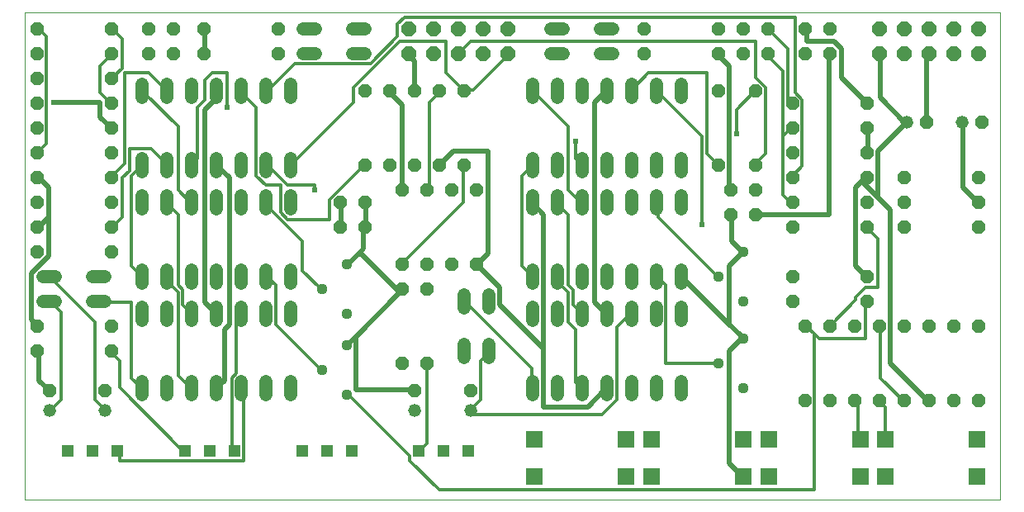
<source format=gbl>
G75*
%MOIN*%
%OFA0B0*%
%FSLAX25Y25*%
%IPPOS*%
%LPD*%
%AMOC8*
5,1,8,0,0,1.08239X$1,22.5*
%
%ADD10C,0.00000*%
%ADD11OC8,0.05200*%
%ADD12C,0.05200*%
%ADD13C,0.05200*%
%ADD14OC8,0.06000*%
%ADD15C,0.04400*%
%ADD16R,0.05150X0.05150*%
%ADD17R,0.07087X0.07087*%
%ADD18C,0.02000*%
%ADD19C,0.02400*%
%ADD20C,0.01200*%
D10*
X0001300Y0001250D02*
X0001300Y0198100D01*
X0395001Y0198100D01*
X0395001Y0001250D01*
X0001300Y0001250D01*
D11*
X0011300Y0045250D03*
X0033800Y0045250D03*
X0036300Y0061250D03*
X0036300Y0071250D03*
X0006300Y0071250D03*
X0006300Y0061250D03*
X0006300Y0101250D03*
X0006300Y0111250D03*
X0006300Y0121250D03*
X0006300Y0131250D03*
X0006300Y0141250D03*
X0006300Y0151250D03*
X0006300Y0161250D03*
X0006300Y0171250D03*
X0006300Y0181250D03*
X0006300Y0191250D03*
X0036300Y0191250D03*
X0051300Y0191250D03*
X0061300Y0191250D03*
X0073800Y0191250D03*
X0073800Y0181250D03*
X0061300Y0181250D03*
X0051300Y0181250D03*
X0036300Y0181250D03*
X0036300Y0171250D03*
X0036300Y0161250D03*
X0036300Y0151250D03*
X0036300Y0141250D03*
X0036300Y0131250D03*
X0036300Y0121250D03*
X0036300Y0111250D03*
X0036300Y0101250D03*
X0128800Y0111250D03*
X0138800Y0111250D03*
X0138800Y0121250D03*
X0128800Y0121250D03*
X0153800Y0126250D03*
X0163800Y0126250D03*
X0173800Y0126250D03*
X0183800Y0126250D03*
X0178800Y0136250D03*
X0168800Y0136250D03*
X0158800Y0136250D03*
X0148800Y0136250D03*
X0138800Y0136250D03*
X0138800Y0166250D03*
X0148800Y0166250D03*
X0158800Y0166250D03*
X0168800Y0166250D03*
X0178800Y0166250D03*
X0251300Y0181250D03*
X0251300Y0191250D03*
X0281300Y0191250D03*
X0291300Y0191250D03*
X0301300Y0191250D03*
X0316300Y0191250D03*
X0326300Y0191250D03*
X0326300Y0181250D03*
X0316300Y0181250D03*
X0301300Y0181250D03*
X0291300Y0181250D03*
X0281300Y0181250D03*
X0281300Y0166250D03*
X0296300Y0166250D03*
X0311300Y0161250D03*
X0311300Y0151250D03*
X0311300Y0141250D03*
X0296300Y0136250D03*
X0296300Y0126250D03*
X0286300Y0126250D03*
X0281300Y0136250D03*
X0311300Y0131250D03*
X0311300Y0121250D03*
X0296300Y0116250D03*
X0286300Y0116250D03*
X0311300Y0111250D03*
X0341300Y0111250D03*
X0356300Y0111250D03*
X0356300Y0121250D03*
X0341300Y0121250D03*
X0341300Y0131250D03*
X0356300Y0131250D03*
X0341300Y0141250D03*
X0341300Y0151250D03*
X0341300Y0161250D03*
X0365300Y0153750D03*
X0387800Y0153750D03*
X0386300Y0131250D03*
X0386300Y0121250D03*
X0386300Y0111250D03*
X0341300Y0091250D03*
X0341300Y0081250D03*
X0336300Y0071250D03*
X0346300Y0071250D03*
X0356300Y0071250D03*
X0366300Y0071250D03*
X0376300Y0071250D03*
X0386300Y0071250D03*
X0386300Y0041250D03*
X0376300Y0041250D03*
X0366300Y0041250D03*
X0356300Y0041250D03*
X0346300Y0041250D03*
X0336300Y0041250D03*
X0326300Y0041250D03*
X0316300Y0041250D03*
X0316300Y0071250D03*
X0326300Y0071250D03*
X0311300Y0081250D03*
X0311300Y0091250D03*
X0183800Y0096250D03*
X0173800Y0096250D03*
X0163800Y0096250D03*
X0153800Y0096250D03*
X0153800Y0086250D03*
X0163800Y0086250D03*
X0163800Y0056250D03*
X0153800Y0056250D03*
X0158800Y0045250D03*
X0181300Y0045250D03*
X0103800Y0181250D03*
X0103800Y0191250D03*
D12*
X0357300Y0153750D03*
X0379800Y0153750D03*
X0181300Y0037250D03*
X0158800Y0037250D03*
X0033800Y0037250D03*
X0011300Y0037250D03*
D13*
X0048800Y0043650D02*
X0048800Y0048850D01*
X0058800Y0048850D02*
X0058800Y0043650D01*
X0068800Y0043650D02*
X0068800Y0048850D01*
X0078800Y0048850D02*
X0078800Y0043650D01*
X0088800Y0043650D02*
X0088800Y0048850D01*
X0098800Y0048850D02*
X0098800Y0043650D01*
X0108800Y0043650D02*
X0108800Y0048850D01*
X0108800Y0073650D02*
X0108800Y0078850D01*
X0098800Y0078850D02*
X0098800Y0073650D01*
X0088800Y0073650D02*
X0088800Y0078850D01*
X0078800Y0078850D02*
X0078800Y0073650D01*
X0068800Y0073650D02*
X0068800Y0078850D01*
X0058800Y0078850D02*
X0058800Y0073650D01*
X0048800Y0073650D02*
X0048800Y0078850D01*
X0033900Y0081250D02*
X0028700Y0081250D01*
X0013900Y0081250D02*
X0008700Y0081250D01*
X0008700Y0091250D02*
X0013900Y0091250D01*
X0028700Y0091250D02*
X0033900Y0091250D01*
X0048800Y0088650D02*
X0048800Y0093850D01*
X0058800Y0093850D02*
X0058800Y0088650D01*
X0068800Y0088650D02*
X0068800Y0093850D01*
X0078800Y0093850D02*
X0078800Y0088650D01*
X0088800Y0088650D02*
X0088800Y0093850D01*
X0098800Y0093850D02*
X0098800Y0088650D01*
X0108800Y0088650D02*
X0108800Y0093850D01*
X0108800Y0118650D02*
X0108800Y0123850D01*
X0098800Y0123850D02*
X0098800Y0118650D01*
X0088800Y0118650D02*
X0088800Y0123850D01*
X0078800Y0123850D02*
X0078800Y0118650D01*
X0068800Y0118650D02*
X0068800Y0123850D01*
X0058800Y0123850D02*
X0058800Y0118650D01*
X0048800Y0118650D02*
X0048800Y0123850D01*
X0048800Y0133650D02*
X0048800Y0138850D01*
X0058800Y0138850D02*
X0058800Y0133650D01*
X0068800Y0133650D02*
X0068800Y0138850D01*
X0078800Y0138850D02*
X0078800Y0133650D01*
X0088800Y0133650D02*
X0088800Y0138850D01*
X0098800Y0138850D02*
X0098800Y0133650D01*
X0108800Y0133650D02*
X0108800Y0138850D01*
X0108800Y0163650D02*
X0108800Y0168850D01*
X0098800Y0168850D02*
X0098800Y0163650D01*
X0088800Y0163650D02*
X0088800Y0168850D01*
X0078800Y0168850D02*
X0078800Y0163650D01*
X0068800Y0163650D02*
X0068800Y0168850D01*
X0058800Y0168850D02*
X0058800Y0163650D01*
X0048800Y0163650D02*
X0048800Y0168850D01*
X0113700Y0181250D02*
X0118900Y0181250D01*
X0133700Y0181250D02*
X0138900Y0181250D01*
X0138900Y0191250D02*
X0133700Y0191250D01*
X0118900Y0191250D02*
X0113700Y0191250D01*
X0206300Y0168850D02*
X0206300Y0163650D01*
X0216300Y0163650D02*
X0216300Y0168850D01*
X0226300Y0168850D02*
X0226300Y0163650D01*
X0236300Y0163650D02*
X0236300Y0168850D01*
X0246300Y0168850D02*
X0246300Y0163650D01*
X0256300Y0163650D02*
X0256300Y0168850D01*
X0266300Y0168850D02*
X0266300Y0163650D01*
X0238900Y0181250D02*
X0233700Y0181250D01*
X0218900Y0181250D02*
X0213700Y0181250D01*
X0213700Y0191250D02*
X0218900Y0191250D01*
X0233700Y0191250D02*
X0238900Y0191250D01*
X0236300Y0138850D02*
X0236300Y0133650D01*
X0226300Y0133650D02*
X0226300Y0138850D01*
X0216300Y0138850D02*
X0216300Y0133650D01*
X0206300Y0133650D02*
X0206300Y0138850D01*
X0206300Y0123850D02*
X0206300Y0118650D01*
X0216300Y0118650D02*
X0216300Y0123850D01*
X0226300Y0123850D02*
X0226300Y0118650D01*
X0236300Y0118650D02*
X0236300Y0123850D01*
X0246300Y0123850D02*
X0246300Y0118650D01*
X0256300Y0118650D02*
X0256300Y0123850D01*
X0266300Y0123850D02*
X0266300Y0118650D01*
X0266300Y0133650D02*
X0266300Y0138850D01*
X0256300Y0138850D02*
X0256300Y0133650D01*
X0246300Y0133650D02*
X0246300Y0138850D01*
X0246300Y0093850D02*
X0246300Y0088650D01*
X0256300Y0088650D02*
X0256300Y0093850D01*
X0266300Y0093850D02*
X0266300Y0088650D01*
X0266300Y0078850D02*
X0266300Y0073650D01*
X0256300Y0073650D02*
X0256300Y0078850D01*
X0246300Y0078850D02*
X0246300Y0073650D01*
X0236300Y0073650D02*
X0236300Y0078850D01*
X0226300Y0078850D02*
X0226300Y0073650D01*
X0216300Y0073650D02*
X0216300Y0078850D01*
X0206300Y0078850D02*
X0206300Y0073650D01*
X0188800Y0078650D02*
X0188800Y0083850D01*
X0178800Y0083850D02*
X0178800Y0078650D01*
X0206300Y0088650D02*
X0206300Y0093850D01*
X0216300Y0093850D02*
X0216300Y0088650D01*
X0226300Y0088650D02*
X0226300Y0093850D01*
X0236300Y0093850D02*
X0236300Y0088650D01*
X0188800Y0063850D02*
X0188800Y0058650D01*
X0178800Y0058650D02*
X0178800Y0063850D01*
X0206300Y0048850D02*
X0206300Y0043650D01*
X0216300Y0043650D02*
X0216300Y0048850D01*
X0226300Y0048850D02*
X0226300Y0043650D01*
X0236300Y0043650D02*
X0236300Y0048850D01*
X0246300Y0048850D02*
X0246300Y0043650D01*
X0256300Y0043650D02*
X0256300Y0048850D01*
X0266300Y0048850D02*
X0266300Y0043650D01*
D14*
X0196300Y0181250D03*
X0186300Y0181250D03*
X0176300Y0181250D03*
X0166300Y0181250D03*
X0156300Y0181250D03*
X0156300Y0191250D03*
X0166300Y0191250D03*
X0176300Y0191250D03*
X0186300Y0191250D03*
X0196300Y0191250D03*
X0346300Y0191250D03*
X0356300Y0191250D03*
X0366300Y0191250D03*
X0376300Y0191250D03*
X0386300Y0191250D03*
X0386300Y0181250D03*
X0376300Y0181250D03*
X0366300Y0181250D03*
X0356300Y0181250D03*
X0346300Y0181250D03*
D15*
X0291300Y0101250D03*
X0281300Y0091250D03*
X0291300Y0081250D03*
X0291300Y0066250D03*
X0281300Y0056250D03*
X0291300Y0046250D03*
X0131300Y0043750D03*
X0121300Y0053750D03*
X0131300Y0063750D03*
X0131300Y0076250D03*
X0121300Y0086250D03*
X0131300Y0096250D03*
D16*
X0133347Y0020935D03*
X0123347Y0020935D03*
X0113347Y0020935D03*
X0086103Y0020935D03*
X0076103Y0020935D03*
X0066103Y0020935D03*
X0038859Y0020935D03*
X0028859Y0020935D03*
X0018859Y0020935D03*
X0160591Y0020935D03*
X0170591Y0020935D03*
X0180591Y0020935D03*
D17*
X0207206Y0025659D03*
X0207206Y0010699D03*
X0244213Y0010699D03*
X0254450Y0010699D03*
X0254450Y0025659D03*
X0244213Y0025659D03*
X0291457Y0025659D03*
X0301694Y0025659D03*
X0301694Y0010699D03*
X0291457Y0010699D03*
X0338702Y0010699D03*
X0348938Y0010699D03*
X0348938Y0025659D03*
X0338702Y0025659D03*
X0385946Y0025659D03*
X0385946Y0010699D03*
D18*
X0366300Y0041250D02*
X0365473Y0041604D01*
X0350709Y0056368D01*
X0350709Y0118376D01*
X0345296Y0123789D01*
X0345788Y0124281D01*
X0345788Y0141998D01*
X0356615Y0152825D01*
X0357300Y0153750D01*
X0356615Y0153809D01*
X0346772Y0163652D01*
X0346772Y0180384D01*
X0346300Y0181250D01*
X0331024Y0183337D02*
X0328072Y0186289D01*
X0317245Y0186289D01*
X0317245Y0191211D01*
X0316300Y0191250D01*
X0331024Y0183337D02*
X0331024Y0171526D01*
X0341300Y0161250D01*
X0341300Y0151250D02*
X0341851Y0150856D01*
X0341851Y0141998D01*
X0341300Y0141250D01*
X0341300Y0131250D02*
X0339883Y0129203D01*
X0345296Y0123789D01*
X0340867Y0131171D02*
X0336930Y0127234D01*
X0336930Y0095738D01*
X0340867Y0091801D01*
X0341300Y0091250D01*
X0326103Y0116407D02*
X0296576Y0116407D01*
X0296300Y0116250D01*
X0286733Y0115423D02*
X0286300Y0116250D01*
X0286733Y0115423D02*
X0286733Y0105581D01*
X0290670Y0101644D01*
X0291300Y0101250D01*
X0290670Y0100659D01*
X0285749Y0095738D01*
X0285749Y0073100D01*
X0285257Y0072608D01*
X0290670Y0067195D01*
X0291300Y0066250D01*
X0290670Y0066211D01*
X0285749Y0061289D01*
X0285749Y0016014D01*
X0290670Y0011093D01*
X0291457Y0010699D01*
X0235552Y0045541D02*
X0228662Y0038652D01*
X0210946Y0038652D01*
X0210946Y0062274D01*
X0210946Y0116407D01*
X0207009Y0120344D01*
X0206300Y0121250D01*
X0174528Y0141998D02*
X0169607Y0137077D01*
X0168800Y0136250D01*
X0174528Y0141998D02*
X0188308Y0141998D01*
X0188308Y0100659D01*
X0184371Y0096722D01*
X0183800Y0096250D01*
X0184371Y0095738D01*
X0193229Y0086880D01*
X0193229Y0079990D01*
X0210946Y0062274D01*
X0235552Y0077037D02*
X0236300Y0076250D01*
X0235552Y0077037D02*
X0231615Y0080974D01*
X0231615Y0161683D01*
X0235552Y0165620D01*
X0236300Y0166250D01*
X0281300Y0181250D02*
X0281812Y0180384D01*
X0285749Y0176447D01*
X0285749Y0126250D01*
X0286300Y0126250D01*
X0326103Y0116407D02*
X0326103Y0180384D01*
X0326300Y0181250D01*
X0365473Y0180384D02*
X0366300Y0181250D01*
X0365473Y0180384D02*
X0365473Y0153809D01*
X0365300Y0153750D01*
X0379800Y0153750D02*
X0380237Y0152825D01*
X0380237Y0127234D01*
X0386143Y0121329D01*
X0386300Y0121250D01*
X0341300Y0131250D02*
X0340867Y0131171D01*
X0267048Y0090817D02*
X0266300Y0091250D01*
X0267048Y0090817D02*
X0285257Y0072608D01*
X0236300Y0046250D02*
X0235552Y0045541D01*
X0158800Y0045250D02*
X0158780Y0045541D01*
X0135158Y0045541D01*
X0135158Y0066211D01*
X0134666Y0066703D01*
X0132206Y0064242D01*
X0131300Y0063750D01*
X0134666Y0066703D02*
X0152875Y0084911D01*
X0152875Y0085896D01*
X0153800Y0086250D01*
X0151891Y0085896D01*
X0136635Y0101152D01*
X0132206Y0096722D01*
X0131300Y0096250D01*
X0136635Y0101152D02*
X0138111Y0102628D01*
X0138111Y0110502D01*
X0138800Y0111250D01*
X0139095Y0111486D01*
X0139095Y0120344D01*
X0138800Y0121250D01*
X0129253Y0120344D02*
X0128800Y0121250D01*
X0129253Y0120344D02*
X0129253Y0111486D01*
X0128800Y0111250D01*
X0153800Y0126250D02*
X0153859Y0126250D01*
X0153859Y0160699D01*
X0148938Y0165620D01*
X0148800Y0166250D01*
X0158780Y0166604D02*
X0158800Y0166250D01*
X0158780Y0166604D02*
X0158780Y0178415D01*
X0156812Y0180384D01*
X0156300Y0181250D01*
X0078800Y0166250D02*
X0078072Y0165620D01*
X0078072Y0162667D01*
X0074135Y0158730D01*
X0074135Y0080974D01*
X0078072Y0077037D01*
X0078800Y0076250D01*
X0083977Y0072116D02*
X0083977Y0131171D01*
X0079056Y0136093D01*
X0078800Y0136250D01*
X0036300Y0151250D02*
X0035749Y0151841D01*
X0031812Y0155778D01*
X0031812Y0161683D01*
X0013111Y0161683D01*
X0073800Y0181250D02*
X0074135Y0181368D01*
X0074135Y0191211D01*
X0073800Y0191250D01*
X0011143Y0127234D02*
X0007206Y0131171D01*
X0006300Y0131250D01*
X0011143Y0127234D02*
X0011143Y0115423D01*
X0010650Y0114931D01*
X0011143Y0114439D01*
X0011143Y0099675D01*
X0004253Y0092785D01*
X0004253Y0074085D01*
X0006221Y0072116D01*
X0006300Y0071250D01*
X0006300Y0061250D02*
X0007206Y0060305D01*
X0007206Y0049478D01*
X0011143Y0045541D01*
X0011300Y0045250D01*
X0078800Y0046250D02*
X0079056Y0046526D01*
X0082009Y0049478D01*
X0082009Y0070148D01*
X0083977Y0072116D01*
X0010650Y0114931D02*
X0007206Y0111486D01*
X0006300Y0111250D01*
D19*
X0082993Y0159715D03*
X0118426Y0126250D03*
X0223741Y0145935D03*
X0274922Y0112470D03*
X0288702Y0148888D03*
X0013111Y0161683D03*
D20*
X0031812Y0165620D02*
X0031812Y0176447D01*
X0035749Y0180384D01*
X0036300Y0181250D01*
X0040670Y0175463D02*
X0040670Y0187274D01*
X0036733Y0191211D01*
X0036300Y0191250D01*
X0010158Y0188258D02*
X0007206Y0191211D01*
X0006300Y0191250D01*
X0010158Y0188258D02*
X0010158Y0144951D01*
X0007206Y0141998D01*
X0006300Y0141250D01*
X0036300Y0131250D02*
X0036733Y0132156D01*
X0041654Y0137077D01*
X0041654Y0173494D01*
X0051497Y0173494D01*
X0058387Y0166604D01*
X0058800Y0166250D01*
X0049528Y0165620D02*
X0048800Y0166250D01*
X0049528Y0165620D02*
X0063308Y0151841D01*
X0063308Y0126250D01*
X0068229Y0121329D01*
X0068800Y0121250D01*
X0063308Y0116407D02*
X0059371Y0120344D01*
X0058800Y0121250D01*
X0063308Y0116407D02*
X0063308Y0087864D01*
X0065276Y0085896D01*
X0065276Y0079990D01*
X0068229Y0077037D01*
X0068800Y0076250D01*
X0086930Y0075069D02*
X0086930Y0052431D01*
X0084961Y0050463D01*
X0084961Y0021919D01*
X0085946Y0020935D01*
X0086103Y0020935D01*
X0089883Y0016998D02*
X0039686Y0016998D01*
X0039686Y0020935D01*
X0038859Y0020935D01*
X0039686Y0046526D02*
X0065276Y0020935D01*
X0066103Y0020935D01*
X0089883Y0016998D02*
X0089883Y0044557D01*
X0088898Y0045541D01*
X0088800Y0046250D01*
X0068800Y0046250D02*
X0068229Y0046526D01*
X0063308Y0051447D01*
X0063308Y0084911D01*
X0059371Y0088848D01*
X0059371Y0090817D01*
X0058800Y0091250D01*
X0048800Y0091250D02*
X0048544Y0091801D01*
X0044607Y0095738D01*
X0044607Y0132156D01*
X0048544Y0136093D01*
X0048800Y0136250D01*
X0043623Y0134124D02*
X0040670Y0131171D01*
X0040670Y0115423D01*
X0036733Y0111486D01*
X0036300Y0111250D01*
X0012127Y0090817D02*
X0011300Y0091250D01*
X0012127Y0090817D02*
X0029843Y0073100D01*
X0029843Y0041604D01*
X0033780Y0037667D01*
X0033800Y0037250D01*
X0039686Y0046526D02*
X0039686Y0057352D01*
X0036733Y0060305D01*
X0036300Y0061250D01*
X0044607Y0050463D02*
X0048544Y0046526D01*
X0048800Y0046250D01*
X0044607Y0050463D02*
X0044607Y0080974D01*
X0031812Y0080974D01*
X0031300Y0081250D01*
X0016064Y0077037D02*
X0016064Y0041604D01*
X0012127Y0037667D01*
X0011300Y0037250D01*
X0086930Y0075069D02*
X0087914Y0076053D01*
X0088800Y0076250D01*
X0102678Y0072116D02*
X0102678Y0087864D01*
X0099725Y0090817D01*
X0098800Y0091250D01*
X0113505Y0093770D02*
X0113505Y0105581D01*
X0099725Y0119360D01*
X0099725Y0120344D01*
X0098800Y0121250D01*
X0104646Y0117392D02*
X0107599Y0114439D01*
X0124331Y0114439D01*
X0124331Y0122313D01*
X0138111Y0136093D01*
X0138800Y0136250D01*
X0118426Y0128219D02*
X0118426Y0126250D01*
X0118426Y0128219D02*
X0107599Y0128219D01*
X0099725Y0136093D01*
X0098800Y0136250D01*
X0094804Y0132156D02*
X0098741Y0128219D01*
X0104646Y0128219D01*
X0104646Y0117392D01*
X0094804Y0132156D02*
X0094804Y0159715D01*
X0088898Y0165620D01*
X0088800Y0166250D01*
X0098800Y0166250D02*
X0099725Y0166604D01*
X0110552Y0177431D01*
X0141064Y0177431D01*
X0151891Y0188258D01*
X0151891Y0193179D01*
X0154843Y0196132D01*
X0312324Y0196132D01*
X0312324Y0165620D01*
X0315276Y0162667D01*
X0315276Y0136093D01*
X0311339Y0132156D01*
X0311300Y0131250D01*
X0307402Y0124281D02*
X0307402Y0147904D01*
X0307402Y0174478D01*
X0301497Y0180384D01*
X0301300Y0181250D01*
X0309371Y0183337D02*
X0301497Y0191211D01*
X0301300Y0191250D01*
X0296576Y0186289D02*
X0296576Y0171526D01*
X0300513Y0167589D01*
X0300513Y0141014D01*
X0296576Y0137077D01*
X0296300Y0136250D01*
X0281300Y0136250D02*
X0280828Y0137077D01*
X0276891Y0141014D01*
X0276891Y0173494D01*
X0253269Y0173494D01*
X0246379Y0166604D01*
X0246300Y0166250D01*
X0256300Y0166250D02*
X0257206Y0165620D01*
X0274922Y0147904D01*
X0274922Y0112470D01*
X0257206Y0115423D02*
X0257206Y0120344D01*
X0256300Y0121250D01*
X0257206Y0115423D02*
X0280828Y0091801D01*
X0281300Y0091250D01*
X0260158Y0087864D02*
X0257206Y0090817D01*
X0256300Y0091250D01*
X0260158Y0087864D02*
X0260158Y0056368D01*
X0280828Y0056368D01*
X0281300Y0056250D01*
X0316300Y0071250D02*
X0317245Y0071132D01*
X0320198Y0068179D01*
X0320198Y0005187D01*
X0168623Y0005187D01*
X0156812Y0016998D01*
X0156812Y0018967D01*
X0132206Y0043573D01*
X0131300Y0043750D01*
X0121300Y0053750D02*
X0120394Y0054400D01*
X0102678Y0072116D01*
X0120394Y0086880D02*
X0121300Y0086250D01*
X0120394Y0086880D02*
X0113505Y0093770D01*
X0153800Y0096250D02*
X0153859Y0096722D01*
X0178465Y0121329D01*
X0178465Y0136093D01*
X0178800Y0136250D01*
X0164686Y0126250D02*
X0163800Y0126250D01*
X0164686Y0126250D02*
X0164686Y0161683D01*
X0168623Y0165620D01*
X0168800Y0166250D01*
X0171576Y0173494D02*
X0178465Y0166604D01*
X0178800Y0166250D01*
X0179450Y0166604D01*
X0182402Y0166604D01*
X0196182Y0180384D01*
X0196300Y0181250D01*
X0181418Y0186289D02*
X0296576Y0186289D01*
X0309371Y0183337D02*
X0309371Y0162667D01*
X0310355Y0161683D01*
X0311300Y0161250D01*
X0311300Y0151250D02*
X0310355Y0150856D01*
X0307402Y0147904D01*
X0288702Y0148888D02*
X0288702Y0158730D01*
X0295591Y0165620D01*
X0296300Y0166250D01*
X0226300Y0136250D02*
X0225709Y0137077D01*
X0223741Y0139045D01*
X0223741Y0145935D01*
X0220788Y0151841D02*
X0207009Y0165620D01*
X0206300Y0166250D01*
X0220788Y0151841D02*
X0220788Y0126250D01*
X0225709Y0121329D01*
X0226300Y0121250D01*
X0220788Y0116407D02*
X0216851Y0120344D01*
X0216300Y0121250D01*
X0220788Y0116407D02*
X0220788Y0087864D01*
X0222757Y0085896D01*
X0222757Y0079990D01*
X0225709Y0077037D01*
X0226300Y0076250D01*
X0220788Y0073100D02*
X0220788Y0084911D01*
X0216851Y0088848D01*
X0216851Y0090817D01*
X0216300Y0091250D01*
X0206300Y0091250D02*
X0206024Y0091801D01*
X0202087Y0095738D01*
X0202087Y0132156D01*
X0206024Y0136093D01*
X0206300Y0136250D01*
X0152875Y0186289D02*
X0134174Y0167589D01*
X0134174Y0161683D01*
X0109568Y0137077D01*
X0108800Y0136250D01*
X0071182Y0139045D02*
X0071182Y0159715D01*
X0074135Y0162667D01*
X0074135Y0170541D01*
X0077087Y0173494D01*
X0082993Y0173494D01*
X0082993Y0159715D01*
X0058387Y0137077D02*
X0052481Y0142982D01*
X0043623Y0142982D01*
X0043623Y0134124D01*
X0058387Y0137077D02*
X0058800Y0136250D01*
X0068800Y0136250D02*
X0069213Y0137077D01*
X0071182Y0139045D01*
X0036300Y0161250D02*
X0035749Y0161683D01*
X0031812Y0165620D01*
X0036300Y0171250D02*
X0036733Y0171526D01*
X0040670Y0175463D01*
X0152875Y0186289D02*
X0171576Y0186289D01*
X0171576Y0173494D01*
X0176300Y0181250D02*
X0176497Y0181368D01*
X0181418Y0186289D01*
X0307402Y0124281D02*
X0310355Y0121329D01*
X0311300Y0121250D01*
X0341300Y0111250D02*
X0341851Y0110502D01*
X0345788Y0106565D01*
X0345788Y0086880D01*
X0340867Y0086880D01*
X0336930Y0082943D01*
X0336930Y0081959D01*
X0327087Y0072116D01*
X0326300Y0071250D01*
X0322166Y0066211D02*
X0340867Y0066211D01*
X0340867Y0080974D01*
X0341300Y0081250D01*
X0346300Y0071250D02*
X0346772Y0071132D01*
X0346772Y0050463D01*
X0355631Y0041604D01*
X0356300Y0041250D01*
X0348741Y0038652D02*
X0348741Y0025856D01*
X0348938Y0025659D01*
X0338702Y0025659D02*
X0337914Y0025856D01*
X0337914Y0039636D01*
X0336300Y0041250D01*
X0346300Y0041250D02*
X0346772Y0040620D01*
X0348741Y0038652D01*
X0322166Y0066211D02*
X0320198Y0068179D01*
X0246300Y0076250D02*
X0245394Y0076053D01*
X0240473Y0071132D01*
X0240473Y0041604D01*
X0234568Y0035699D01*
X0181418Y0035699D01*
X0181418Y0036683D01*
X0181300Y0037250D01*
X0181418Y0037667D01*
X0185355Y0041604D01*
X0185355Y0057352D01*
X0188308Y0060305D01*
X0188800Y0061250D01*
X0206024Y0054400D02*
X0206024Y0046526D01*
X0206300Y0046250D01*
X0206024Y0054400D02*
X0179450Y0080974D01*
X0178800Y0081250D01*
X0220788Y0073100D02*
X0223741Y0070148D01*
X0223741Y0048494D01*
X0225709Y0046526D01*
X0226300Y0046250D01*
X0163702Y0055384D02*
X0163702Y0023888D01*
X0160749Y0020935D01*
X0160591Y0020935D01*
X0163702Y0055384D02*
X0163800Y0056250D01*
X0016064Y0077037D02*
X0012127Y0080974D01*
X0011300Y0081250D01*
M02*

</source>
